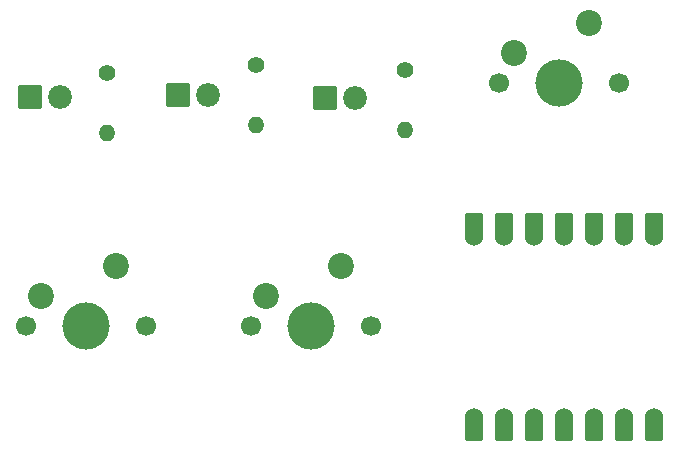
<source format=gbr>
%TF.GenerationSoftware,KiCad,Pcbnew,9.0.1*%
%TF.CreationDate,2025-07-02T16:10:45-04:00*%
%TF.ProjectId,pathfinder,70617468-6669-46e6-9465-722e6b696361,rev?*%
%TF.SameCoordinates,Original*%
%TF.FileFunction,Soldermask,Top*%
%TF.FilePolarity,Negative*%
%FSLAX46Y46*%
G04 Gerber Fmt 4.6, Leading zero omitted, Abs format (unit mm)*
G04 Created by KiCad (PCBNEW 9.0.1) date 2025-07-02 16:10:45*
%MOMM*%
%LPD*%
G01*
G04 APERTURE LIST*
G04 Aperture macros list*
%AMRoundRect*
0 Rectangle with rounded corners*
0 $1 Rounding radius*
0 $2 $3 $4 $5 $6 $7 $8 $9 X,Y pos of 4 corners*
0 Add a 4 corners polygon primitive as box body*
4,1,4,$2,$3,$4,$5,$6,$7,$8,$9,$2,$3,0*
0 Add four circle primitives for the rounded corners*
1,1,$1+$1,$2,$3*
1,1,$1+$1,$4,$5*
1,1,$1+$1,$6,$7*
1,1,$1+$1,$8,$9*
0 Add four rect primitives between the rounded corners*
20,1,$1+$1,$2,$3,$4,$5,0*
20,1,$1+$1,$4,$5,$6,$7,0*
20,1,$1+$1,$6,$7,$8,$9,0*
20,1,$1+$1,$8,$9,$2,$3,0*%
G04 Aperture macros list end*
%ADD10C,2.019000*%
%ADD11RoundRect,0.102000X-0.907500X-0.907500X0.907500X-0.907500X0.907500X0.907500X-0.907500X0.907500X0*%
%ADD12RoundRect,0.152400X0.609600X-1.063600X0.609600X1.063600X-0.609600X1.063600X-0.609600X-1.063600X0*%
%ADD13C,1.524000*%
%ADD14RoundRect,0.152400X-0.609600X1.063600X-0.609600X-1.063600X0.609600X-1.063600X0.609600X1.063600X0*%
%ADD15C,1.400000*%
%ADD16O,1.400000X1.400000*%
%ADD17C,1.700000*%
%ADD18C,4.000000*%
%ADD19C,2.200000*%
G04 APERTURE END LIST*
D10*
%TO.C,LED2*%
X134770000Y-54000000D03*
D11*
X132230000Y-54000000D03*
%TD*%
D10*
%TO.C,LED3*%
X147270000Y-54225000D03*
D11*
X144730000Y-54225000D03*
%TD*%
D12*
%TO.C,U1*%
X172540000Y-65165000D03*
D13*
X172540000Y-66000000D03*
D12*
X170000000Y-65165000D03*
D13*
X170000000Y-66000000D03*
D12*
X167460000Y-65165000D03*
D13*
X167460000Y-66000000D03*
D12*
X164920000Y-65165000D03*
D13*
X164920000Y-66000000D03*
D12*
X162380000Y-65165000D03*
D13*
X162380000Y-66000000D03*
D12*
X159840000Y-65165000D03*
D13*
X159840000Y-66000000D03*
D12*
X157300000Y-65165000D03*
D13*
X157300000Y-66000000D03*
X157300000Y-81240000D03*
D14*
X157300000Y-82075000D03*
D13*
X159840000Y-81240000D03*
D14*
X159840000Y-82075000D03*
D13*
X162380000Y-81240000D03*
D14*
X162380000Y-82075000D03*
D13*
X164920000Y-81240000D03*
D14*
X164920000Y-82075000D03*
D13*
X167460000Y-81240000D03*
D14*
X167460000Y-82075000D03*
D13*
X170000000Y-81240000D03*
D14*
X170000000Y-82075000D03*
D13*
X172540000Y-81240000D03*
D14*
X172540000Y-82075000D03*
%TD*%
D15*
%TO.C,R1*%
X126250000Y-52085000D03*
D16*
X126250000Y-57165000D03*
%TD*%
D17*
%TO.C,SW2*%
X138420000Y-73500000D03*
D18*
X143500000Y-73500000D03*
D17*
X148580000Y-73500000D03*
D19*
X146040000Y-68420000D03*
X139690000Y-70960000D03*
%TD*%
D10*
%TO.C,LED1*%
X122275000Y-54125000D03*
D11*
X119735000Y-54125000D03*
%TD*%
D15*
%TO.C,R2*%
X138900000Y-51460000D03*
D16*
X138900000Y-56540000D03*
%TD*%
D17*
%TO.C,SW3*%
X159420000Y-53000000D03*
D18*
X164500000Y-53000000D03*
D17*
X169580000Y-53000000D03*
D19*
X167040000Y-47920000D03*
X160690000Y-50460000D03*
%TD*%
D15*
%TO.C,R3*%
X151500000Y-51860000D03*
D16*
X151500000Y-56940000D03*
%TD*%
D17*
%TO.C,SW1*%
X119420000Y-73500000D03*
D18*
X124500000Y-73500000D03*
D17*
X129580000Y-73500000D03*
D19*
X127040000Y-68420000D03*
X120690000Y-70960000D03*
%TD*%
M02*

</source>
